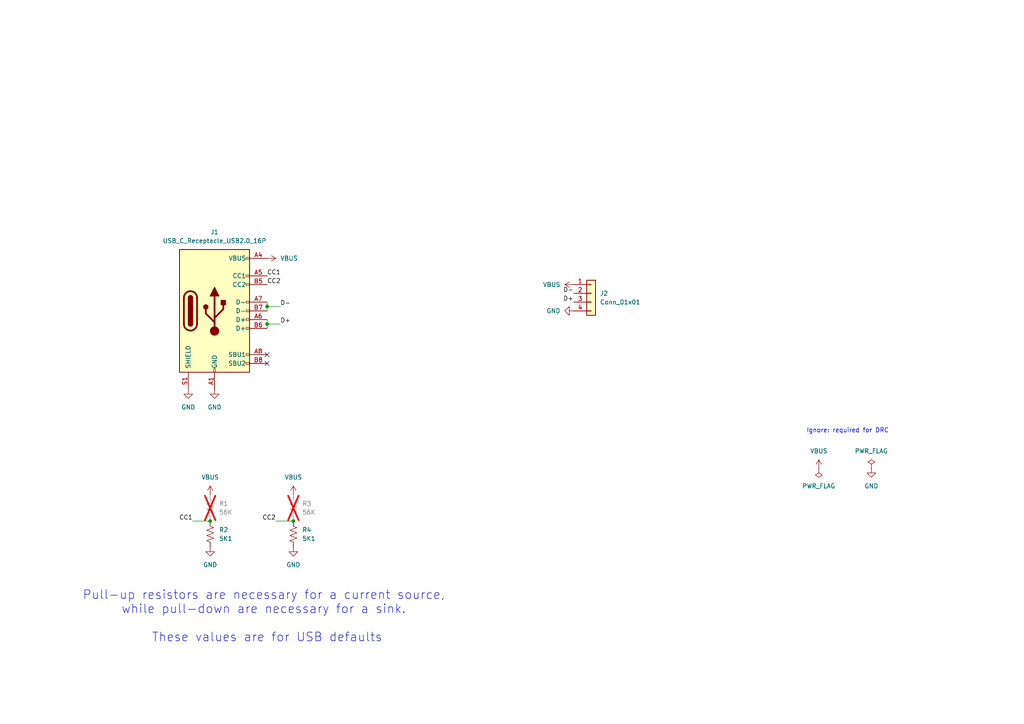
<source format=kicad_sch>
(kicad_sch (version 20231120) (generator "eeschema") (generator_version "8.0")
  (paper "A4")
  (title_block (title "USB-C Breakout") (date "2024-03-29") (company "HugonLabs") (comment 1 "USB-C connector to wires, with CC resistors"))
  (lib_symbols
    (symbol "Connector:USB_C_Receptacle_USB2.0_16P" (pin_names (offset 1.016))
      (property "Reference" "J" (at 0 22.225 0))
      (property "Value" "USB_C_Receptacle_USB2.0_16P" (at 0 19.685 0))
      (symbol "USB_C_Receptacle_USB2.0_16P_0_0"
        (rectangle (start -0.254 -17.78) (end 0.254 -16.764))
        (rectangle (start 10.16 -14.986) (end 9.144 -15.494))
        (rectangle (start 10.16 -12.446) (end 9.144 -12.954))
        (rectangle (start 10.16 -4.826) (end 9.144 -5.334))
        (rectangle (start 10.16 -2.286) (end 9.144 -2.794))
        (rectangle (start 10.16 0.254) (end 9.144 -0.254))
        (rectangle (start 10.16 2.794) (end 9.144 2.286))
        (rectangle (start 10.16 7.874) (end 9.144 7.366))
        (rectangle (start 10.16 10.414) (end 9.144 9.906))
        (rectangle (start 10.16 15.494) (end 9.144 14.986))
      )
      (symbol "USB_C_Receptacle_USB2.0_16P_0_1"
        (rectangle (start -10.16 17.78) (end 10.16 -17.78) (stroke (width 0.254)) (fill (type background)))
        (arc (start -8.89 -3.81) (mid -6.985 -5.7067) (end -5.08 -3.81) (stroke (width 0.508)))
        (arc (start -7.62 -3.81) (mid -6.985 -4.4423) (end -6.35 -3.81) (stroke (width 0.254)))
        (arc (start -7.62 -3.81) (mid -6.985 -4.4423) (end -6.35 -3.81) (stroke (width 0.254)) (fill (type outline)))
        (rectangle (start -7.62 -3.81) (end -6.35 3.81) (stroke (width 0.254)) (fill (type outline)))
        (arc (start -6.35 3.81) (mid -6.985 4.4423) (end -7.62 3.81) (stroke (width 0.254)))
        (arc (start -6.35 3.81) (mid -6.985 4.4423) (end -7.62 3.81) (stroke (width 0.254)) (fill (type outline)))
        (arc (start -5.08 3.81) (mid -6.985 5.7067) (end -8.89 3.81) (stroke (width 0.508)))
        (circle (center -2.54 1.143) (radius 0.635) (stroke (width 0.254)) (fill (type outline)))
        (circle (center 0 -5.842) (radius 1.27) (fill (type outline)))
        (polyline (pts (xy -8.89 -3.81) (xy -8.89 3.81)) (stroke (width 0.508)))
        (polyline (pts (xy -5.08 3.81) (xy -5.08 -3.81)) (stroke (width 0.508)))
        (polyline (pts (xy 0 -5.842) (xy 0 4.318)) (stroke (width 0.508)))
        (polyline (pts (xy 0 -3.302) (xy -2.54 -0.762) (xy -2.54 0.508)) (stroke (width 0.508)))
        (polyline (pts (xy 0 -2.032) (xy 2.54 0.508) (xy 2.54 1.778)) (stroke (width 0.508)))
        (polyline (pts (xy -1.27 4.318) (xy 0 6.858) (xy 1.27 4.318) (xy -1.27 4.318)) (stroke (width 0.254)) (fill (type outline)))
        (rectangle (start 1.905 1.778) (end 3.175 3.048) (stroke (width 0.254)) (fill (type outline)))
      )
      (symbol "USB_C_Receptacle_USB2.0_16P_1_1"
        (pin passive line (at 0 -22.86 90) (length 5.08) (name "GND") (number "A1"))
        (pin passive line (at 0 -22.86 90) (length 5.08) hide (name "GND") (number "A12"))
        (pin passive line (at 15.24 15.24 180) (length 5.08) (name "VBUS") (number "A4"))
        (pin bidirectional line (at 15.24 10.16 180) (length 5.08) (name "CC1") (number "A5"))
        (pin bidirectional line (at 15.24 -2.54 180) (length 5.08) (name "D+") (number "A6"))
        (pin bidirectional line (at 15.24 2.54 180) (length 5.08) (name "D-") (number "A7"))
        (pin bidirectional line (at 15.24 -12.7 180) (length 5.08) (name "SBU1") (number "A8"))
        (pin passive line (at 15.24 15.24 180) (length 5.08) hide (name "VBUS") (number "A9"))
        (pin passive line (at 0 -22.86 90) (length 5.08) hide (name "GND") (number "B1"))
        (pin passive line (at 0 -22.86 90) (length 5.08) hide (name "GND") (number "B12"))
        (pin passive line (at 15.24 15.24 180) (length 5.08) hide (name "VBUS") (number "B4"))
        (pin bidirectional line (at 15.24 7.62 180) (length 5.08) (name "CC2") (number "B5"))
        (pin bidirectional line (at 15.24 -5.08 180) (length 5.08) (name "D+") (number "B6"))
        (pin bidirectional line (at 15.24 0 180) (length 5.08) (name "D-") (number "B7"))
        (pin bidirectional line (at 15.24 -15.24 180) (length 5.08) (name "SBU2") (number "B8"))
        (pin passive line (at 15.24 15.24 180) (length 5.08) hide (name "VBUS") (number "B9"))
        (pin passive line (at -7.62 -22.86 90) (length 5.08) (name "SHIELD") (number "S1"))
      )
    )
    (symbol "Connector_Generic:Conn_01x04" (pin_names (offset 1.016) hide)
      (property "Reference" "J" (at 0 5.08 0))
      (property "Value" "Conn_01x04" (at 0 -7.62 0))
      (symbol "Conn_01x04_1_1"
        (rectangle (start -1.27 -4.953) (end 0 -5.207) (stroke (width 0.1524)))
        (rectangle (start -1.27 -2.413) (end 0 -2.667) (stroke (width 0.1524)))
        (rectangle (start -1.27 0.127) (end 0 -0.127) (stroke (width 0.1524)))
        (rectangle (start -1.27 2.667) (end 0 2.413) (stroke (width 0.1524)))
        (rectangle (start -1.27 3.81) (end 1.27 -6.35) (stroke (width 0.254)) (fill (type background)))
        (pin passive line (at -5.08 2.54 0) (length 3.81) (name "Pin_1") (number "1"))
        (pin passive line (at -5.08 0 0) (length 3.81) (name "Pin_2") (number "2"))
        (pin passive line (at -5.08 -2.54 0) (length 3.81) (name "Pin_3") (number "3"))
        (pin passive line (at -5.08 -5.08 0) (length 3.81) (name "Pin_4") (number "4"))
      )
    )
    (symbol "Device:R_US" (pin_numbers hide) (pin_names (offset 0))
      (property "Reference" "R" (at 2.54 0 90))
      (property "Value" "R_US" (at -2.54 0 90))
      (symbol "R_US_0_1"
        (polyline (pts (xy 0 -2.286) (xy 0 -2.54)))
        (polyline (pts (xy 0 2.286) (xy 0 2.54)))
        (polyline (pts (xy 0 -0.762) (xy 1.016 -1.143) (xy 0 -1.524) (xy -1.016 -1.905) (xy 0 -2.286)))
        (polyline (pts (xy 0 0.762) (xy 1.016 0.381) (xy 0 0) (xy -1.016 -0.381) (xy 0 -0.762)))
        (polyline (pts (xy 0 2.286) (xy 1.016 1.905) (xy 0 1.524) (xy -1.016 1.143) (xy 0 0.762)))
      )
      (symbol "R_US_1_1"
        (pin passive line (at 0 3.81 270) (length 1.27) (name "~") (number "1"))
        (pin passive line (at 0 -3.81 90) (length 1.27) (name "~") (number "2"))
      )
    )
    (symbol "power:GND" (power) (pin_numbers hide) (pin_names (offset 0) hide)
      (property "Value" "GND" (at 0 -3.81 0))
      (symbol "GND_0_1"
        (polyline (pts (xy 0 0) (xy 0 -1.27) (xy 1.27 -1.27) (xy 0 -2.54) (xy -1.27 -1.27) (xy 0 -1.27)))
      )
      (symbol "GND_1_1"
        (pin power_in line (at 0 0 270) (length 0) (name "~") (number "1"))
      )
    )
    (symbol "power:PWR_FLAG" (power) (pin_numbers hide) (pin_names (offset 0) hide)
      (property "Value" "PWR_FLAG" (at 0 3.81 0))
      (symbol "PWR_FLAG_0_0"
        (pin power_out line (at 0 0 90) (length 0) (name "~") (number "1"))
      )
      (symbol "PWR_FLAG_0_1"
        (polyline (pts (xy 0 0) (xy 0 1.27) (xy -1.016 1.905) (xy 0 2.54) (xy 1.016 1.905) (xy 0 1.27)))
      )
    )
    (symbol "power:VBUS" (power) (pin_numbers hide) (pin_names (offset 0) hide)
      (property "Value" "VBUS" (at 0 3.556 0))
      (symbol "VBUS_0_1"
        (polyline (pts (xy -0.762 1.27) (xy 0 2.54)))
        (polyline (pts (xy 0 0) (xy 0 2.54)))
        (polyline (pts (xy 0 2.54) (xy 0.762 1.27)))
      )
      (symbol "VBUS_1_1"
        (pin power_in line (at 0 0 90) (length 0) (name "~") (number "1"))
      )
    )
  )
  (junction (at 77.47 93.98))
  (junction (at 60.96 151.13))
  (junction (at 85.09 151.13))
  (junction (at 77.47 88.9))
  (no_connect (at 77.47 105.41))
  (no_connect (at 77.47 102.87))
  (wire (pts (xy 80.01 151.13) (xy 85.09 151.13)))
  (wire (pts (xy 77.47 88.9) (xy 77.47 90.17)))
  (wire (pts (xy 77.47 88.9) (xy 81.28 88.9)))
  (wire (pts (xy 55.88 151.13) (xy 60.96 151.13)))
  (wire (pts (xy 77.47 93.98) (xy 81.28 93.98)))
  (wire (pts (xy 77.47 93.98) (xy 77.47 95.25)))
  (wire (pts (xy 77.47 92.71) (xy 77.47 93.98)))
  (wire (pts (xy 77.47 87.63) (xy 77.47 88.9)))
  (text "Pull-up resistors are necessary for a current source, \nwhile pull-down are necessary for a sink. \n\nThese values are for USB defaults" (at 77.47 178.816 0) (effects (font (size 2.54 2.54))))
  (text "Ignore: required for DRC" (at 245.872 124.968 0) (effects (font (size 1.27 1.27))))
  (label "CC1" (at 77.47 80.01 0))
  (label "D+" (at 81.28 93.98 0))
  (label "CC2" (at 80.01 151.13 180))
  (label "CC1" (at 55.88 151.13 180))
  (label "D+" (at 166.37 87.63 180))
  (label "D-" (at 81.28 88.9 0))
  (label "D-" (at 166.37 85.09 180))
  (label "CC2" (at 77.47 82.55 0))
  (symbol (lib_id "power:VBUS") (at 237.49 135.89 0) (unit 1)
    (property "Reference" "#PWR010" (effects (hide yes)))
    (property "Value" "VBUS" (at 237.49 130.81 0))
    (property "Description" "Power symbol creates a global label with name \"VBUS\"" (effects (hide yes)))
  )
  (symbol (lib_id "Device:R_US") (at 85.09 154.94 0) (unit 1)
    (property "Reference" "R4" (at 87.63 153.6699 0) (effects (justify left)))
    (property "Value" "5K1" (at 87.63 156.2099 0) (effects (justify left)))
    (property "Footprint" "Resistor_SMD:R_1206_3216Metric_Pad1.30x1.75mm_HandSolder" (effects (hide yes)))
    (property "Description" "Resistor, US symbol" (effects (hide yes)))
  )
  (symbol (lib_id "power:GND") (at 85.09 158.75 0) (unit 1)
    (property "Reference" "#PWR07" (effects (hide yes)))
    (property "Value" "GND" (at 85.09 163.83 0))
    (property "Description" "Power symbol creates a global label with name \"GND\" , ground" (effects (hide yes)))
  )
  (symbol (lib_id "Device:R_US") (at 60.96 147.32 0) (unit 1) (dnp yes)
    (property "Reference" "R1" (at 63.5 146.0499 0) (effects (justify left)))
    (property "Value" "56K" (at 63.5 148.5899 0) (effects (justify left)))
    (property "Footprint" "Resistor_SMD:R_1206_3216Metric_Pad1.30x1.75mm_HandSolder" (effects (hide yes)))
    (property "Description" "Resistor, US symbol" (effects (hide yes)))
  )
  (symbol (lib_id "power:PWR_FLAG") (at 252.73 135.89 0) (unit 1)
    (property "Reference" "#FLG02" (effects (hide yes)))
    (property "Value" "PWR_FLAG" (at 252.73 130.81 0))
    (property "Description" "Special symbol for telling ERC where power comes from" (effects (hide yes)))
  )
  (symbol (lib_id "power:GND") (at 166.37 90.17 270) (unit 1)
    (property "Reference" "#PWR09" (effects (hide yes)))
    (property "Value" "GND" (at 162.56 90.1699 90) (effects (justify right)))
    (property "Description" "Power symbol creates a global label with name \"GND\" , ground" (effects (hide yes)))
  )
  (symbol (lib_id "power:GND") (at 54.61 113.03 0) (unit 1)
    (property "Reference" "#PWR01" (effects (hide yes)))
    (property "Value" "GND" (at 54.61 118.11 0))
    (property "Description" "Power symbol creates a global label with name \"GND\" , ground" (effects (hide yes)))
  )
  (symbol (lib_id "power:GND") (at 60.96 158.75 0) (unit 1)
    (property "Reference" "#PWR03" (effects (hide yes)))
    (property "Value" "GND" (at 60.96 163.83 0))
    (property "Description" "Power symbol creates a global label with name \"GND\" , ground" (effects (hide yes)))
  )
  (symbol (lib_id "Device:R_US") (at 60.96 154.94 0) (unit 1)
    (property "Reference" "R2" (at 63.5 153.6699 0) (effects (justify left)))
    (property "Value" "5K1" (at 63.5 156.2099 0) (effects (justify left)))
    (property "Footprint" "Resistor_SMD:R_1206_3216Metric_Pad1.30x1.75mm_HandSolder" (effects (hide yes)))
    (property "Description" "Resistor, US symbol" (effects (hide yes)))
  )
  (symbol (lib_id "Connector:USB_C_Receptacle_USB2.0_16P") (at 62.23 90.17 0) (unit 1)
    (property "Reference" "J1" (at 62.23 67.31 0))
    (property "Value" "USB_C_Receptacle_USB2.0_16P" (at 62.23 69.85 0))
    (property "Footprint" "AAAA_Project_Library:USB_C_Receptacle_GCT_USB4085_Reduced_Pad_Size" (effects (hide yes)))
    (property "Datasheet" "https://www.usb.org/sites/default/files/documents/usb_type-c.zip" (effects (hide yes)))
    (property "Description" "USB 2.0-only 16P Type-C Receptacle connector" (effects (hide yes)))
  )
  (symbol (lib_id "power:PWR_FLAG") (at 237.49 135.89 180) (unit 1)
    (property "Reference" "#FLG01" (effects (hide yes)))
    (property "Value" "PWR_FLAG" (at 237.49 140.97 0))
    (property "Description" "Special symbol for telling ERC where power comes from" (effects (hide yes)))
  )
  (symbol (lib_id "power:GND") (at 252.73 135.89 0) (unit 1)
    (property "Reference" "#PWR011" (effects (hide yes)))
    (property "Value" "GND" (at 252.73 140.97 0))
    (property "Description" "Power symbol creates a global label with name \"GND\" , ground" (effects (hide yes)))
  )
  (symbol (lib_id "power:VBUS") (at 85.09 143.51 0) (unit 1)
    (property "Reference" "#PWR06" (effects (hide yes)))
    (property "Value" "VBUS" (at 85.09 138.43 0))
    (property "Description" "Power symbol creates a global label with name \"VBUS\"" (effects (hide yes)))
  )
  (symbol (lib_id "power:VBUS") (at 166.37 82.55 90) (unit 1)
    (property "Reference" "#PWR08" (effects (hide yes)))
    (property "Value" "VBUS" (at 162.56 82.5499 90) (effects (justify left)))
    (property "Description" "Power symbol creates a global label with name \"VBUS\"" (effects (hide yes)))
  )
  (symbol (lib_id "Device:R_US") (at 85.09 147.32 0) (unit 1) (dnp yes)
    (property "Reference" "R3" (at 87.63 146.0499 0) (effects (justify left)))
    (property "Value" "56K" (at 87.63 148.5899 0) (effects (justify left)))
    (property "Footprint" "Resistor_SMD:R_1206_3216Metric_Pad1.30x1.75mm_HandSolder" (effects (hide yes)))
    (property "Description" "Resistor, US symbol" (effects (hide yes)))
  )
  (symbol (lib_id "power:GND") (at 62.23 113.03 0) (unit 1)
    (property "Reference" "#PWR04" (effects (hide yes)))
    (property "Value" "GND" (at 62.23 118.11 0))
    (property "Description" "Power symbol creates a global label with name \"GND\" , ground" (effects (hide yes)))
  )
  (symbol (lib_id "power:VBUS") (at 60.96 143.51 0) (unit 1)
    (property "Reference" "#PWR02" (effects (hide yes)))
    (property "Value" "VBUS" (at 60.96 138.43 0))
    (property "Description" "Power symbol creates a global label with name \"VBUS\"" (effects (hide yes)))
  )
  (symbol (lib_id "power:VBUS") (at 77.47 74.93 270) (unit 1)
    (property "Reference" "#PWR05" (effects (hide yes)))
    (property "Value" "VBUS" (at 81.28 74.9299 90) (effects (justify left)))
    (property "Description" "Power symbol creates a global label with name \"VBUS\"" (effects (hide yes)))
  )
  (symbol (lib_id "Connector_Generic:Conn_01x04") (at 171.45 85.09 0) (unit 1)
    (property "Reference" "J2" (at 173.99 85.0899 0) (effects (justify left)))
    (property "Value" "Conn_01x01" (at 173.99 87.6299 0) (effects (justify left)))
    (property "Footprint" "Connector_Wire:SolderWire-0.5sqmm_1x04_P4.8mm_D0.9mm_OD2.3mm_Relief2x" (effects (hide yes)))
    (property "Description" "Generic connector, single row, 01x04, script generated (kicad-library-utils/schlib/autogen/connector/)" (effects (hide yes)))
  )
)
</source>
